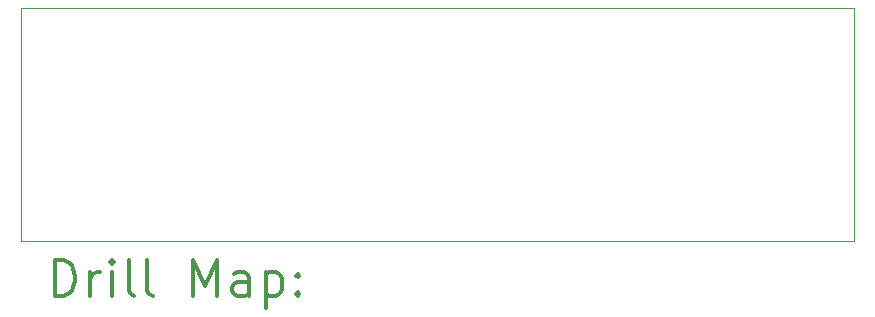
<source format=gbr>
%FSLAX45Y45*%
G04 Gerber Fmt 4.5, Leading zero omitted, Abs format (unit mm)*
G04 Created by KiCad (PCBNEW (5.1.10)-1) date 2022-11-19 00:44:42*
%MOMM*%
%LPD*%
G01*
G04 APERTURE LIST*
%TA.AperFunction,Profile*%
%ADD10C,0.050000*%
%TD*%
%ADD11C,0.200000*%
%ADD12C,0.300000*%
G04 APERTURE END LIST*
D10*
X18669000Y-10858500D02*
X18669000Y-11112500D01*
X18561050Y-10858500D02*
X18669000Y-10858500D01*
X11620500Y-10858500D02*
X18561050Y-10858500D01*
X11620500Y-12827000D02*
X11620500Y-10858500D01*
X18669000Y-12827000D02*
X18669000Y-11112500D01*
X18605500Y-12827000D02*
X18669000Y-12827000D01*
X17716500Y-12827000D02*
X18605500Y-12827000D01*
X11620500Y-12827000D02*
X17716500Y-12827000D01*
D11*
D12*
X11904428Y-13295214D02*
X11904428Y-12995214D01*
X11975857Y-12995214D01*
X12018714Y-13009500D01*
X12047286Y-13038071D01*
X12061571Y-13066643D01*
X12075857Y-13123786D01*
X12075857Y-13166643D01*
X12061571Y-13223786D01*
X12047286Y-13252357D01*
X12018714Y-13280929D01*
X11975857Y-13295214D01*
X11904428Y-13295214D01*
X12204428Y-13295214D02*
X12204428Y-13095214D01*
X12204428Y-13152357D02*
X12218714Y-13123786D01*
X12233000Y-13109500D01*
X12261571Y-13095214D01*
X12290143Y-13095214D01*
X12390143Y-13295214D02*
X12390143Y-13095214D01*
X12390143Y-12995214D02*
X12375857Y-13009500D01*
X12390143Y-13023786D01*
X12404428Y-13009500D01*
X12390143Y-12995214D01*
X12390143Y-13023786D01*
X12575857Y-13295214D02*
X12547286Y-13280929D01*
X12533000Y-13252357D01*
X12533000Y-12995214D01*
X12733000Y-13295214D02*
X12704428Y-13280929D01*
X12690143Y-13252357D01*
X12690143Y-12995214D01*
X13075857Y-13295214D02*
X13075857Y-12995214D01*
X13175857Y-13209500D01*
X13275857Y-12995214D01*
X13275857Y-13295214D01*
X13547286Y-13295214D02*
X13547286Y-13138071D01*
X13533000Y-13109500D01*
X13504428Y-13095214D01*
X13447286Y-13095214D01*
X13418714Y-13109500D01*
X13547286Y-13280929D02*
X13518714Y-13295214D01*
X13447286Y-13295214D01*
X13418714Y-13280929D01*
X13404428Y-13252357D01*
X13404428Y-13223786D01*
X13418714Y-13195214D01*
X13447286Y-13180929D01*
X13518714Y-13180929D01*
X13547286Y-13166643D01*
X13690143Y-13095214D02*
X13690143Y-13395214D01*
X13690143Y-13109500D02*
X13718714Y-13095214D01*
X13775857Y-13095214D01*
X13804428Y-13109500D01*
X13818714Y-13123786D01*
X13833000Y-13152357D01*
X13833000Y-13238071D01*
X13818714Y-13266643D01*
X13804428Y-13280929D01*
X13775857Y-13295214D01*
X13718714Y-13295214D01*
X13690143Y-13280929D01*
X13961571Y-13266643D02*
X13975857Y-13280929D01*
X13961571Y-13295214D01*
X13947286Y-13280929D01*
X13961571Y-13266643D01*
X13961571Y-13295214D01*
X13961571Y-13109500D02*
X13975857Y-13123786D01*
X13961571Y-13138071D01*
X13947286Y-13123786D01*
X13961571Y-13109500D01*
X13961571Y-13138071D01*
M02*

</source>
